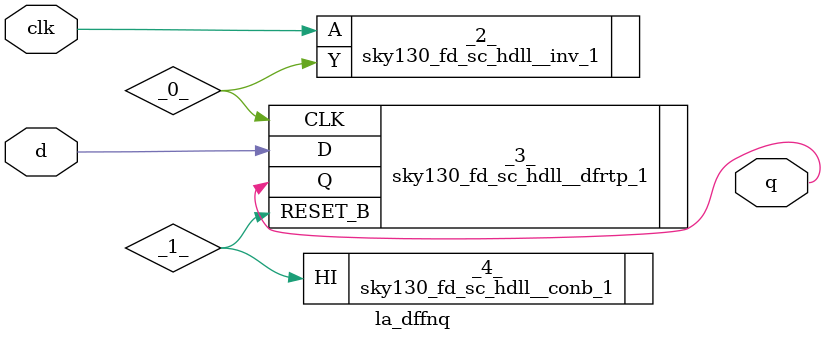
<source format=v>

/* Generated by Yosys 0.38+92 (git sha1 84116c9a3, x86_64-conda-linux-gnu-cc 11.2.0 -fvisibility-inlines-hidden -fmessage-length=0 -march=nocona -mtune=haswell -ftree-vectorize -fPIC -fstack-protector-strong -fno-plt -O2 -ffunction-sections -fdebug-prefix-map=/root/conda-eda/conda-eda/workdir/conda-env/conda-bld/yosys_1708682838165/work=/usr/local/src/conda/yosys-0.38_93_g84116c9a3 -fdebug-prefix-map=/user/projekt_pia/miniconda3/envs/sc=/usr/local/src/conda-prefix -fPIC -Os -fno-merge-constants) */

module la_dffnq(d, clk, q);
  wire _0_;
  wire _1_;
  input clk;
  wire clk;
  input d;
  wire d;
  output q;
  wire q;
  sky130_fd_sc_hdll__inv_1 _2_ (
    .A(clk),
    .Y(_0_)
  );
  sky130_fd_sc_hdll__dfrtp_1 _3_ (
    .CLK(_0_),
    .D(d),
    .Q(q),
    .RESET_B(_1_)
  );
  sky130_fd_sc_hdll__conb_1 _4_ (
    .HI(_1_)
  );
endmodule

</source>
